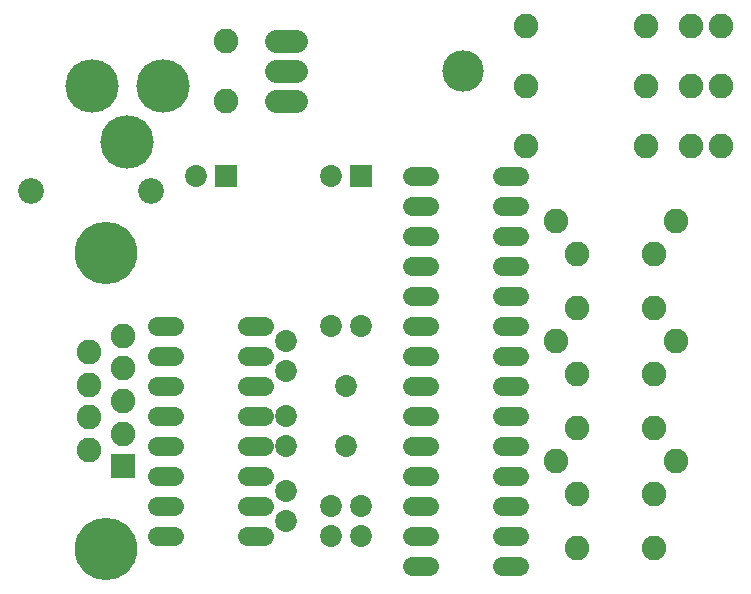
<source format=gbs>
G75*
G70*
%OFA0B0*%
%FSLAX24Y24*%
%IPPOS*%
%LPD*%
%AMOC8*
5,1,8,0,0,1.08239X$1,22.5*
%
%ADD10C,0.0640*%
%ADD11R,0.0820X0.0820*%
%ADD12C,0.0820*%
%ADD13C,0.2080*%
%ADD14C,0.0730*%
%ADD15C,0.0760*%
%ADD16C,0.1380*%
%ADD17R,0.0730X0.0730*%
%ADD18C,0.1780*%
%ADD19C,0.0860*%
D10*
X008083Y002100D02*
X008643Y002100D01*
X008643Y003100D02*
X008083Y003100D01*
X008083Y004100D02*
X008643Y004100D01*
X008643Y005100D02*
X008083Y005100D01*
X008083Y006100D02*
X008643Y006100D01*
X008643Y007100D02*
X008083Y007100D01*
X008083Y008100D02*
X008643Y008100D01*
X008643Y009100D02*
X008083Y009100D01*
X011083Y009100D02*
X011643Y009100D01*
X011643Y008100D02*
X011083Y008100D01*
X011083Y007100D02*
X011643Y007100D01*
X011643Y006100D02*
X011083Y006100D01*
X011083Y005100D02*
X011643Y005100D01*
X011643Y004100D02*
X011083Y004100D01*
X011083Y003100D02*
X011643Y003100D01*
X011643Y002100D02*
X011083Y002100D01*
X016583Y002100D02*
X017143Y002100D01*
X017143Y001100D02*
X016583Y001100D01*
X019583Y001100D02*
X020143Y001100D01*
X020143Y002100D02*
X019583Y002100D01*
X019583Y003100D02*
X020143Y003100D01*
X020143Y004100D02*
X019583Y004100D01*
X019583Y005100D02*
X020143Y005100D01*
X020143Y006100D02*
X019583Y006100D01*
X019583Y007100D02*
X020143Y007100D01*
X020143Y008100D02*
X019583Y008100D01*
X019583Y009100D02*
X020143Y009100D01*
X020143Y010100D02*
X019583Y010100D01*
X019583Y011100D02*
X020143Y011100D01*
X020143Y012100D02*
X019583Y012100D01*
X019583Y013100D02*
X020143Y013100D01*
X020143Y014100D02*
X019583Y014100D01*
X017143Y014100D02*
X016583Y014100D01*
X016583Y013100D02*
X017143Y013100D01*
X017143Y012100D02*
X016583Y012100D01*
X016583Y011100D02*
X017143Y011100D01*
X017143Y010100D02*
X016583Y010100D01*
X016583Y009100D02*
X017143Y009100D01*
X017143Y008100D02*
X016583Y008100D01*
X016583Y007100D02*
X017143Y007100D01*
X017143Y006100D02*
X016583Y006100D01*
X016583Y005100D02*
X017143Y005100D01*
X017143Y004100D02*
X016583Y004100D01*
X016583Y003100D02*
X017143Y003100D01*
D11*
X006922Y004419D03*
D12*
X005804Y004966D03*
X006922Y005509D03*
X005804Y006057D03*
X006922Y006600D03*
X005804Y007143D03*
X006922Y007691D03*
X005804Y008234D03*
X006922Y008781D03*
X010363Y016600D03*
X010363Y018600D03*
X020363Y019100D03*
X020363Y017100D03*
X020363Y015100D03*
X021363Y012600D03*
X022083Y011490D03*
X022083Y009710D03*
X021363Y008600D03*
X022083Y007490D03*
X024643Y007490D03*
X025363Y008600D03*
X024643Y009710D03*
X024643Y011490D03*
X025363Y012600D03*
X025863Y015100D03*
X026863Y015100D03*
X024363Y015100D03*
X024363Y017100D03*
X025863Y017100D03*
X026863Y017100D03*
X026863Y019100D03*
X025863Y019100D03*
X024363Y019100D03*
X024643Y005710D03*
X025363Y004600D03*
X024643Y003490D03*
X022083Y003490D03*
X021363Y004600D03*
X022083Y005710D03*
X022083Y001710D03*
X024643Y001710D03*
D13*
X006363Y001679D03*
X006363Y011521D03*
D14*
X009363Y014100D03*
X013863Y014100D03*
X013863Y009100D03*
X014863Y009100D03*
X012363Y008600D03*
X012363Y007600D03*
X014363Y007100D03*
X012363Y006100D03*
X012363Y005100D03*
X014363Y005100D03*
X012363Y003600D03*
X012363Y002600D03*
X013863Y002100D03*
X014863Y002100D03*
X014863Y003100D03*
X013863Y003100D03*
D15*
X012703Y016600D02*
X012023Y016600D01*
X012023Y017600D02*
X012703Y017600D01*
X012703Y018600D02*
X012023Y018600D01*
D16*
X018263Y017600D03*
D17*
X014863Y014100D03*
X010363Y014100D03*
D18*
X007076Y015250D03*
X008257Y017100D03*
X005895Y017100D03*
D19*
X007863Y013600D03*
X003863Y013600D03*
M02*

</source>
